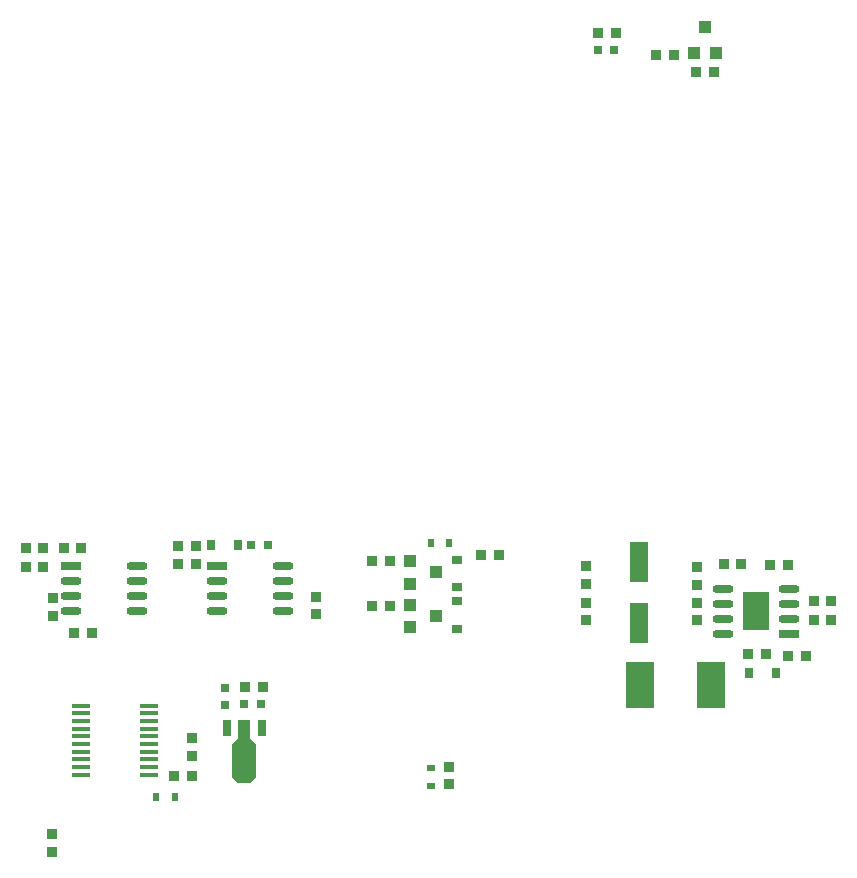
<source format=gtp>
G04*
G04 #@! TF.GenerationSoftware,Altium Limited,Altium Designer,20.1.14 (287)*
G04*
G04 Layer_Color=8421504*
%FSLAX25Y25*%
%MOIN*%
G70*
G04*
G04 #@! TF.SameCoordinates,7663C7E1-D25E-47D6-87D1-FA2199C3474E*
G04*
G04*
G04 #@! TF.FilePolarity,Positive*
G04*
G01*
G75*
G04:AMPARAMS|DCode=26|XSize=78.74mil|YSize=149.61mil|CornerRadius=0mil|HoleSize=0mil|Usage=FLASHONLY|Rotation=180.000|XOffset=0mil|YOffset=0mil|HoleType=Round|Shape=Octagon|*
%AMOCTAGOND26*
4,1,8,0.01968,-0.07480,-0.01968,-0.07480,-0.03937,-0.05512,-0.03937,0.05512,-0.01968,0.07480,0.01968,0.07480,0.03937,0.05512,0.03937,-0.05512,0.01968,-0.07480,0.0*
%
%ADD26OCTAGOND26*%

%ADD27R,0.06299X0.01575*%
%ADD28R,0.09252X0.15748*%
%ADD29R,0.03543X0.03543*%
%ADD30R,0.02756X0.03347*%
%ADD31R,0.07087X0.02953*%
%ADD32O,0.07087X0.02953*%
%ADD33R,0.09055X0.12795*%
%ADD34R,0.03543X0.03543*%
%ADD35R,0.05906X0.13386*%
%ADD36R,0.03150X0.02362*%
%ADD37R,0.03937X0.03937*%
%ADD38R,0.03347X0.02756*%
%ADD39R,0.03150X0.05512*%
%ADD40R,0.03937X0.07299*%
%ADD41R,0.03000X0.03000*%
%ADD42R,0.03000X0.03000*%
%ADD43R,0.07087X0.02559*%
%ADD44O,0.07087X0.02559*%
%ADD45R,0.02362X0.03150*%
%ADD46R,0.03937X0.03937*%
D26*
X105118Y65748D02*
D03*
D27*
X73425Y84350D02*
D03*
Y61319D02*
D03*
Y68996D02*
D03*
Y81791D02*
D03*
Y79232D02*
D03*
Y76673D02*
D03*
Y74114D02*
D03*
Y71555D02*
D03*
Y66437D02*
D03*
Y63878D02*
D03*
X50591Y84350D02*
D03*
Y81791D02*
D03*
Y79232D02*
D03*
Y76673D02*
D03*
Y66437D02*
D03*
Y61319D02*
D03*
Y63878D02*
D03*
Y68996D02*
D03*
Y71555D02*
D03*
Y74114D02*
D03*
D28*
X237008Y91339D02*
D03*
X260827D02*
D03*
D29*
X300787Y119291D02*
D03*
X294882D02*
D03*
X300787Y112992D02*
D03*
X294882D02*
D03*
X292323Y100787D02*
D03*
X286417D02*
D03*
X286221Y131102D02*
D03*
X280315D02*
D03*
X273031Y101575D02*
D03*
X278937D02*
D03*
X264961Y131496D02*
D03*
X270866D02*
D03*
X153543Y117717D02*
D03*
X147638D02*
D03*
X153740Y132677D02*
D03*
X147835D02*
D03*
X111221Y90551D02*
D03*
X105315D02*
D03*
X44882Y137008D02*
D03*
X50787D02*
D03*
X38189D02*
D03*
X32283D02*
D03*
Y130709D02*
D03*
X38189D02*
D03*
X54331Y108661D02*
D03*
X48425D02*
D03*
X87598Y61024D02*
D03*
X81693D02*
D03*
X184055Y134646D02*
D03*
X189961D02*
D03*
X248228Y301181D02*
D03*
X242323D02*
D03*
X261614Y295669D02*
D03*
X255709D02*
D03*
X223031Y308661D02*
D03*
X228937D02*
D03*
D30*
X273425Y95276D02*
D03*
X282480D02*
D03*
X102953Y137992D02*
D03*
X93898D02*
D03*
D31*
X286811Y108248D02*
D03*
D32*
Y113248D02*
D03*
Y118248D02*
D03*
Y123248D02*
D03*
X264764Y108248D02*
D03*
Y113248D02*
D03*
Y118248D02*
D03*
Y123248D02*
D03*
D33*
X275787Y115748D02*
D03*
D34*
X256102Y118701D02*
D03*
Y112795D02*
D03*
Y124606D02*
D03*
Y130512D02*
D03*
X219094Y112795D02*
D03*
Y118701D02*
D03*
Y125000D02*
D03*
Y130905D02*
D03*
X173228Y58071D02*
D03*
Y63976D02*
D03*
X88976Y137402D02*
D03*
Y131496D02*
D03*
X83071Y137402D02*
D03*
Y131496D02*
D03*
X41339Y114173D02*
D03*
Y120079D02*
D03*
X87598Y73622D02*
D03*
Y67716D02*
D03*
X40945Y35630D02*
D03*
Y41535D02*
D03*
X129134Y120669D02*
D03*
Y114764D02*
D03*
D35*
X236811Y132283D02*
D03*
Y111811D02*
D03*
D36*
X167323Y63583D02*
D03*
Y57677D02*
D03*
D37*
X160236Y125000D02*
D03*
X168898Y128740D02*
D03*
X160236Y132480D02*
D03*
Y117913D02*
D03*
X168898Y114173D02*
D03*
X160236Y110433D02*
D03*
D38*
X175984Y119095D02*
D03*
Y110039D02*
D03*
Y123819D02*
D03*
Y132874D02*
D03*
D39*
X111024Y76772D02*
D03*
X99213D02*
D03*
D40*
X105118Y75878D02*
D03*
D41*
X105124Y85046D02*
D03*
X110574Y85039D02*
D03*
X112936Y137992D02*
D03*
X107486Y137998D02*
D03*
X222890Y302756D02*
D03*
X228341Y302749D02*
D03*
D42*
X98813Y84652D02*
D03*
X98819Y90102D02*
D03*
D43*
X96063Y130925D02*
D03*
X47441Y130728D02*
D03*
D44*
X96063Y125925D02*
D03*
Y120925D02*
D03*
Y115925D02*
D03*
X118110Y130925D02*
D03*
Y125925D02*
D03*
Y120925D02*
D03*
Y115925D02*
D03*
X69488Y115728D02*
D03*
Y120728D02*
D03*
Y125728D02*
D03*
Y130728D02*
D03*
X47441Y115728D02*
D03*
Y120728D02*
D03*
Y125728D02*
D03*
D45*
X75787Y53937D02*
D03*
X82087D02*
D03*
X173425Y138583D02*
D03*
X167520D02*
D03*
D46*
X262402Y301969D02*
D03*
X258662Y310630D02*
D03*
X254921Y301969D02*
D03*
M02*

</source>
